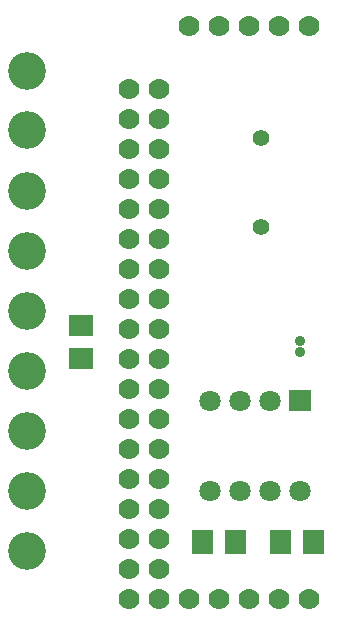
<source format=gbs>
G04 Layer: BottomSolderMaskLayer*
G04 EasyEDA v6.2.46, 2019-11-12T08:41:23+00:00*
G04 a54ae0302d0d4d44958841ca790c1891,6515191c65484b44ad2e16bf32a5f50e,10*
G04 Gerber Generator version 0.2*
G04 Scale: 100 percent, Rotated: No, Reflected: No *
G04 Dimensions in millimeters *
G04 leading zeros omitted , absolute positions ,3 integer and 3 decimal *
%FSLAX33Y33*%
%MOMM*%
G90*
G71D02*

%ADD26C,3.203194*%
%ADD28C,1.803400*%
%ADD30C,1.403198*%
%ADD31C,0.903224*%
%ADD32C,1.778000*%

%LPD*%
G54D26*
G01X7366Y46736D03*
G01X7366Y41737D03*
G01X7366Y36576D03*
G01X7366Y31496D03*
G01X7366Y26416D03*
G01X7366Y21336D03*
G01X7366Y16256D03*
G01X7366Y11176D03*
G01X7366Y6096D03*
G36*
G01X29578Y17894D02*
G01X29578Y19697D01*
G01X31381Y19697D01*
G01X31381Y17894D01*
G01X29578Y17894D01*
G37*
G54D28*
G01X27940Y18796D03*
G01X25400Y18796D03*
G01X22860Y18796D03*
G01X22860Y11176D03*
G01X25400Y11176D03*
G01X27940Y11176D03*
G01X30480Y11176D03*
G54D30*
G01X27178Y33502D03*
G01X27178Y40995D03*
G54D31*
G01X30480Y22875D03*
G01X30480Y23876D03*
G36*
G01X10937Y21450D02*
G01X10937Y23253D01*
G01X12941Y23253D01*
G01X12941Y21450D01*
G01X10937Y21450D01*
G37*
G36*
G01X10937Y24244D02*
G01X10937Y26047D01*
G01X12941Y26047D01*
G01X12941Y24244D01*
G01X10937Y24244D01*
G37*
G36*
G01X21323Y5854D02*
G01X21323Y7858D01*
G01X23126Y7858D01*
G01X23126Y5854D01*
G01X21323Y5854D01*
G37*
G36*
G01X24117Y5854D02*
G01X24117Y7858D01*
G01X25920Y7858D01*
G01X25920Y5854D01*
G01X24117Y5854D01*
G37*
G36*
G01X30721Y5854D02*
G01X30721Y7858D01*
G01X32524Y7858D01*
G01X32524Y5854D01*
G01X30721Y5854D01*
G37*
G36*
G01X27927Y5854D02*
G01X27927Y7858D01*
G01X29730Y7858D01*
G01X29730Y5854D01*
G01X27927Y5854D01*
G37*
G54D32*
G01X21082Y50546D03*
G01X23622Y50546D03*
G01X26162Y50546D03*
G01X28702Y50546D03*
G01X31242Y50546D03*
G01X21082Y2032D03*
G01X23622Y2032D03*
G01X26162Y2032D03*
G01X28702Y2032D03*
G01X31242Y2032D03*
G01X18542Y45212D03*
G01X16002Y24892D03*
G01X18542Y24892D03*
G01X16002Y27432D03*
G01X18542Y27432D03*
G01X16002Y29972D03*
G01X18542Y29972D03*
G01X16002Y32512D03*
G01X18542Y32512D03*
G01X16002Y35052D03*
G01X18542Y35052D03*
G01X16002Y37592D03*
G01X18542Y37592D03*
G01X16002Y40132D03*
G01X18542Y40132D03*
G01X16002Y42672D03*
G01X18542Y42672D03*
G01X16002Y45212D03*
G01X18542Y22352D03*
G01X16002Y2032D03*
G01X18542Y2032D03*
G01X16002Y4572D03*
G01X18542Y4572D03*
G01X16002Y7112D03*
G01X18542Y7112D03*
G01X16002Y9652D03*
G01X18542Y9652D03*
G01X16002Y12192D03*
G01X18542Y12192D03*
G01X16002Y14732D03*
G01X18542Y14732D03*
G01X16002Y17272D03*
G01X18542Y17272D03*
G01X16002Y19812D03*
G01X18542Y19812D03*
G01X16002Y22352D03*
M00*
M02*

</source>
